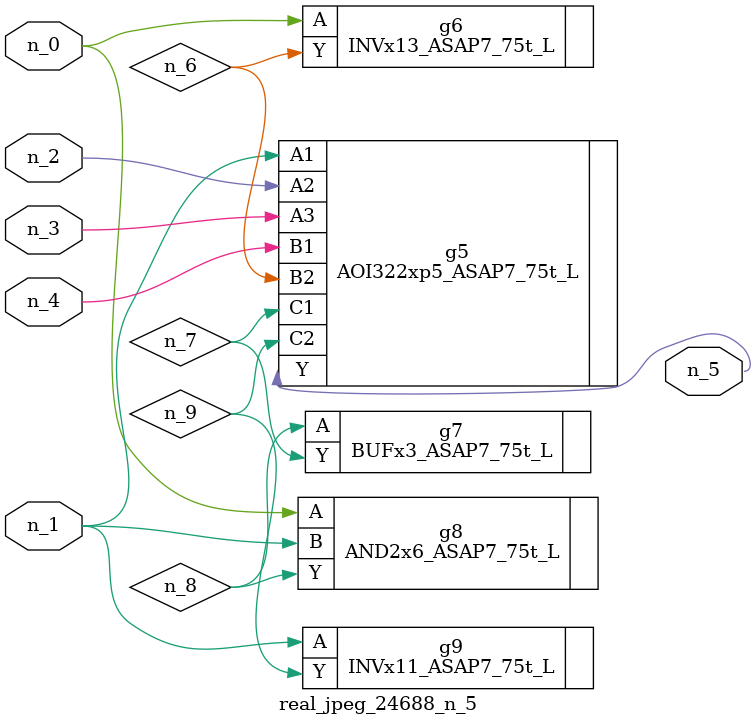
<source format=v>
module real_jpeg_24688_n_5 (n_4, n_0, n_1, n_2, n_3, n_5);

input n_4;
input n_0;
input n_1;
input n_2;
input n_3;

output n_5;

wire n_8;
wire n_6;
wire n_7;
wire n_9;

INVx13_ASAP7_75t_L g6 ( 
.A(n_0),
.Y(n_6)
);

AND2x6_ASAP7_75t_L g8 ( 
.A(n_0),
.B(n_1),
.Y(n_8)
);

AOI322xp5_ASAP7_75t_L g5 ( 
.A1(n_1),
.A2(n_2),
.A3(n_3),
.B1(n_4),
.B2(n_6),
.C1(n_7),
.C2(n_9),
.Y(n_5)
);

INVx11_ASAP7_75t_L g9 ( 
.A(n_1),
.Y(n_9)
);

BUFx3_ASAP7_75t_L g7 ( 
.A(n_8),
.Y(n_7)
);


endmodule
</source>
